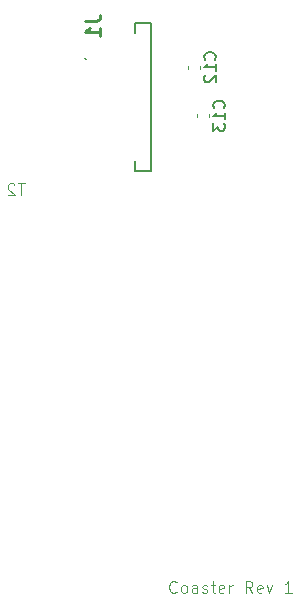
<source format=gbr>
%TF.GenerationSoftware,KiCad,Pcbnew,9.0.6-9.0.6~ubuntu24.04.1*%
%TF.CreationDate,2026-01-18T20:47:33+05:30*%
%TF.ProjectId,WeighingScalePCB,57656967-6869-46e6-9753-63616c655043,rev?*%
%TF.SameCoordinates,Original*%
%TF.FileFunction,Legend,Bot*%
%TF.FilePolarity,Positive*%
%FSLAX46Y46*%
G04 Gerber Fmt 4.6, Leading zero omitted, Abs format (unit mm)*
G04 Created by KiCad (PCBNEW 9.0.6-9.0.6~ubuntu24.04.1) date 2026-01-18 20:47:33*
%MOMM*%
%LPD*%
G01*
G04 APERTURE LIST*
%ADD10C,0.100000*%
%ADD11C,0.254000*%
%ADD12C,0.150000*%
%ADD13C,0.200000*%
%ADD14C,0.120000*%
G04 APERTURE END LIST*
D10*
X140875312Y-89027180D02*
X140827693Y-89074800D01*
X140827693Y-89074800D02*
X140684836Y-89122419D01*
X140684836Y-89122419D02*
X140589598Y-89122419D01*
X140589598Y-89122419D02*
X140446741Y-89074800D01*
X140446741Y-89074800D02*
X140351503Y-88979561D01*
X140351503Y-88979561D02*
X140303884Y-88884323D01*
X140303884Y-88884323D02*
X140256265Y-88693847D01*
X140256265Y-88693847D02*
X140256265Y-88550990D01*
X140256265Y-88550990D02*
X140303884Y-88360514D01*
X140303884Y-88360514D02*
X140351503Y-88265276D01*
X140351503Y-88265276D02*
X140446741Y-88170038D01*
X140446741Y-88170038D02*
X140589598Y-88122419D01*
X140589598Y-88122419D02*
X140684836Y-88122419D01*
X140684836Y-88122419D02*
X140827693Y-88170038D01*
X140827693Y-88170038D02*
X140875312Y-88217657D01*
X141446741Y-89122419D02*
X141351503Y-89074800D01*
X141351503Y-89074800D02*
X141303884Y-89027180D01*
X141303884Y-89027180D02*
X141256265Y-88931942D01*
X141256265Y-88931942D02*
X141256265Y-88646228D01*
X141256265Y-88646228D02*
X141303884Y-88550990D01*
X141303884Y-88550990D02*
X141351503Y-88503371D01*
X141351503Y-88503371D02*
X141446741Y-88455752D01*
X141446741Y-88455752D02*
X141589598Y-88455752D01*
X141589598Y-88455752D02*
X141684836Y-88503371D01*
X141684836Y-88503371D02*
X141732455Y-88550990D01*
X141732455Y-88550990D02*
X141780074Y-88646228D01*
X141780074Y-88646228D02*
X141780074Y-88931942D01*
X141780074Y-88931942D02*
X141732455Y-89027180D01*
X141732455Y-89027180D02*
X141684836Y-89074800D01*
X141684836Y-89074800D02*
X141589598Y-89122419D01*
X141589598Y-89122419D02*
X141446741Y-89122419D01*
X142637217Y-89122419D02*
X142637217Y-88598609D01*
X142637217Y-88598609D02*
X142589598Y-88503371D01*
X142589598Y-88503371D02*
X142494360Y-88455752D01*
X142494360Y-88455752D02*
X142303884Y-88455752D01*
X142303884Y-88455752D02*
X142208646Y-88503371D01*
X142637217Y-89074800D02*
X142541979Y-89122419D01*
X142541979Y-89122419D02*
X142303884Y-89122419D01*
X142303884Y-89122419D02*
X142208646Y-89074800D01*
X142208646Y-89074800D02*
X142161027Y-88979561D01*
X142161027Y-88979561D02*
X142161027Y-88884323D01*
X142161027Y-88884323D02*
X142208646Y-88789085D01*
X142208646Y-88789085D02*
X142303884Y-88741466D01*
X142303884Y-88741466D02*
X142541979Y-88741466D01*
X142541979Y-88741466D02*
X142637217Y-88693847D01*
X143065789Y-89074800D02*
X143161027Y-89122419D01*
X143161027Y-89122419D02*
X143351503Y-89122419D01*
X143351503Y-89122419D02*
X143446741Y-89074800D01*
X143446741Y-89074800D02*
X143494360Y-88979561D01*
X143494360Y-88979561D02*
X143494360Y-88931942D01*
X143494360Y-88931942D02*
X143446741Y-88836704D01*
X143446741Y-88836704D02*
X143351503Y-88789085D01*
X143351503Y-88789085D02*
X143208646Y-88789085D01*
X143208646Y-88789085D02*
X143113408Y-88741466D01*
X143113408Y-88741466D02*
X143065789Y-88646228D01*
X143065789Y-88646228D02*
X143065789Y-88598609D01*
X143065789Y-88598609D02*
X143113408Y-88503371D01*
X143113408Y-88503371D02*
X143208646Y-88455752D01*
X143208646Y-88455752D02*
X143351503Y-88455752D01*
X143351503Y-88455752D02*
X143446741Y-88503371D01*
X143780075Y-88455752D02*
X144161027Y-88455752D01*
X143922932Y-88122419D02*
X143922932Y-88979561D01*
X143922932Y-88979561D02*
X143970551Y-89074800D01*
X143970551Y-89074800D02*
X144065789Y-89122419D01*
X144065789Y-89122419D02*
X144161027Y-89122419D01*
X144875313Y-89074800D02*
X144780075Y-89122419D01*
X144780075Y-89122419D02*
X144589599Y-89122419D01*
X144589599Y-89122419D02*
X144494361Y-89074800D01*
X144494361Y-89074800D02*
X144446742Y-88979561D01*
X144446742Y-88979561D02*
X144446742Y-88598609D01*
X144446742Y-88598609D02*
X144494361Y-88503371D01*
X144494361Y-88503371D02*
X144589599Y-88455752D01*
X144589599Y-88455752D02*
X144780075Y-88455752D01*
X144780075Y-88455752D02*
X144875313Y-88503371D01*
X144875313Y-88503371D02*
X144922932Y-88598609D01*
X144922932Y-88598609D02*
X144922932Y-88693847D01*
X144922932Y-88693847D02*
X144446742Y-88789085D01*
X145351504Y-89122419D02*
X145351504Y-88455752D01*
X145351504Y-88646228D02*
X145399123Y-88550990D01*
X145399123Y-88550990D02*
X145446742Y-88503371D01*
X145446742Y-88503371D02*
X145541980Y-88455752D01*
X145541980Y-88455752D02*
X145637218Y-88455752D01*
X147303885Y-89122419D02*
X146970552Y-88646228D01*
X146732457Y-89122419D02*
X146732457Y-88122419D01*
X146732457Y-88122419D02*
X147113409Y-88122419D01*
X147113409Y-88122419D02*
X147208647Y-88170038D01*
X147208647Y-88170038D02*
X147256266Y-88217657D01*
X147256266Y-88217657D02*
X147303885Y-88312895D01*
X147303885Y-88312895D02*
X147303885Y-88455752D01*
X147303885Y-88455752D02*
X147256266Y-88550990D01*
X147256266Y-88550990D02*
X147208647Y-88598609D01*
X147208647Y-88598609D02*
X147113409Y-88646228D01*
X147113409Y-88646228D02*
X146732457Y-88646228D01*
X148113409Y-89074800D02*
X148018171Y-89122419D01*
X148018171Y-89122419D02*
X147827695Y-89122419D01*
X147827695Y-89122419D02*
X147732457Y-89074800D01*
X147732457Y-89074800D02*
X147684838Y-88979561D01*
X147684838Y-88979561D02*
X147684838Y-88598609D01*
X147684838Y-88598609D02*
X147732457Y-88503371D01*
X147732457Y-88503371D02*
X147827695Y-88455752D01*
X147827695Y-88455752D02*
X148018171Y-88455752D01*
X148018171Y-88455752D02*
X148113409Y-88503371D01*
X148113409Y-88503371D02*
X148161028Y-88598609D01*
X148161028Y-88598609D02*
X148161028Y-88693847D01*
X148161028Y-88693847D02*
X147684838Y-88789085D01*
X148494362Y-88455752D02*
X148732457Y-89122419D01*
X148732457Y-89122419D02*
X148970552Y-88455752D01*
X150637219Y-89122419D02*
X150065791Y-89122419D01*
X150351505Y-89122419D02*
X150351505Y-88122419D01*
X150351505Y-88122419D02*
X150256267Y-88265276D01*
X150256267Y-88265276D02*
X150161029Y-88360514D01*
X150161029Y-88360514D02*
X150065791Y-88408133D01*
X128011904Y-54457419D02*
X127440476Y-54457419D01*
X127726190Y-55457419D02*
X127726190Y-54457419D01*
X127154761Y-54552657D02*
X127107142Y-54505038D01*
X127107142Y-54505038D02*
X127011904Y-54457419D01*
X127011904Y-54457419D02*
X126773809Y-54457419D01*
X126773809Y-54457419D02*
X126678571Y-54505038D01*
X126678571Y-54505038D02*
X126630952Y-54552657D01*
X126630952Y-54552657D02*
X126583333Y-54647895D01*
X126583333Y-54647895D02*
X126583333Y-54743133D01*
X126583333Y-54743133D02*
X126630952Y-54885990D01*
X126630952Y-54885990D02*
X127202380Y-55457419D01*
X127202380Y-55457419D02*
X126583333Y-55457419D01*
D11*
X133149318Y-40716667D02*
X134056461Y-40716667D01*
X134056461Y-40716667D02*
X134237889Y-40656190D01*
X134237889Y-40656190D02*
X134358842Y-40535238D01*
X134358842Y-40535238D02*
X134419318Y-40353809D01*
X134419318Y-40353809D02*
X134419318Y-40232857D01*
X134419318Y-41986667D02*
X134419318Y-41260952D01*
X134419318Y-41623809D02*
X133149318Y-41623809D01*
X133149318Y-41623809D02*
X133330746Y-41502857D01*
X133330746Y-41502857D02*
X133451699Y-41381905D01*
X133451699Y-41381905D02*
X133512175Y-41260952D01*
D12*
X144114580Y-43967142D02*
X144162200Y-43919523D01*
X144162200Y-43919523D02*
X144209819Y-43776666D01*
X144209819Y-43776666D02*
X144209819Y-43681428D01*
X144209819Y-43681428D02*
X144162200Y-43538571D01*
X144162200Y-43538571D02*
X144066961Y-43443333D01*
X144066961Y-43443333D02*
X143971723Y-43395714D01*
X143971723Y-43395714D02*
X143781247Y-43348095D01*
X143781247Y-43348095D02*
X143638390Y-43348095D01*
X143638390Y-43348095D02*
X143447914Y-43395714D01*
X143447914Y-43395714D02*
X143352676Y-43443333D01*
X143352676Y-43443333D02*
X143257438Y-43538571D01*
X143257438Y-43538571D02*
X143209819Y-43681428D01*
X143209819Y-43681428D02*
X143209819Y-43776666D01*
X143209819Y-43776666D02*
X143257438Y-43919523D01*
X143257438Y-43919523D02*
X143305057Y-43967142D01*
X144209819Y-44919523D02*
X144209819Y-44348095D01*
X144209819Y-44633809D02*
X143209819Y-44633809D01*
X143209819Y-44633809D02*
X143352676Y-44538571D01*
X143352676Y-44538571D02*
X143447914Y-44443333D01*
X143447914Y-44443333D02*
X143495533Y-44348095D01*
X143305057Y-45300476D02*
X143257438Y-45348095D01*
X143257438Y-45348095D02*
X143209819Y-45443333D01*
X143209819Y-45443333D02*
X143209819Y-45681428D01*
X143209819Y-45681428D02*
X143257438Y-45776666D01*
X143257438Y-45776666D02*
X143305057Y-45824285D01*
X143305057Y-45824285D02*
X143400295Y-45871904D01*
X143400295Y-45871904D02*
X143495533Y-45871904D01*
X143495533Y-45871904D02*
X143638390Y-45824285D01*
X143638390Y-45824285D02*
X144209819Y-45252857D01*
X144209819Y-45252857D02*
X144209819Y-45871904D01*
X144884580Y-48067142D02*
X144932200Y-48019523D01*
X144932200Y-48019523D02*
X144979819Y-47876666D01*
X144979819Y-47876666D02*
X144979819Y-47781428D01*
X144979819Y-47781428D02*
X144932200Y-47638571D01*
X144932200Y-47638571D02*
X144836961Y-47543333D01*
X144836961Y-47543333D02*
X144741723Y-47495714D01*
X144741723Y-47495714D02*
X144551247Y-47448095D01*
X144551247Y-47448095D02*
X144408390Y-47448095D01*
X144408390Y-47448095D02*
X144217914Y-47495714D01*
X144217914Y-47495714D02*
X144122676Y-47543333D01*
X144122676Y-47543333D02*
X144027438Y-47638571D01*
X144027438Y-47638571D02*
X143979819Y-47781428D01*
X143979819Y-47781428D02*
X143979819Y-47876666D01*
X143979819Y-47876666D02*
X144027438Y-48019523D01*
X144027438Y-48019523D02*
X144075057Y-48067142D01*
X144979819Y-49019523D02*
X144979819Y-48448095D01*
X144979819Y-48733809D02*
X143979819Y-48733809D01*
X143979819Y-48733809D02*
X144122676Y-48638571D01*
X144122676Y-48638571D02*
X144217914Y-48543333D01*
X144217914Y-48543333D02*
X144265533Y-48448095D01*
X143979819Y-49352857D02*
X143979819Y-49971904D01*
X143979819Y-49971904D02*
X144360771Y-49638571D01*
X144360771Y-49638571D02*
X144360771Y-49781428D01*
X144360771Y-49781428D02*
X144408390Y-49876666D01*
X144408390Y-49876666D02*
X144456009Y-49924285D01*
X144456009Y-49924285D02*
X144551247Y-49971904D01*
X144551247Y-49971904D02*
X144789342Y-49971904D01*
X144789342Y-49971904D02*
X144884580Y-49924285D01*
X144884580Y-49924285D02*
X144932200Y-49876666D01*
X144932200Y-49876666D02*
X144979819Y-49781428D01*
X144979819Y-49781428D02*
X144979819Y-49495714D01*
X144979819Y-49495714D02*
X144932200Y-49400476D01*
X144932200Y-49400476D02*
X144884580Y-49352857D01*
D10*
%TO.C,J1*%
X133095000Y-43890000D02*
X133095000Y-43890000D01*
X133195000Y-43890000D02*
X133195000Y-43890000D01*
D13*
X137345000Y-40890000D02*
X138745000Y-40890000D01*
X137345000Y-41690000D02*
X137345000Y-40890000D01*
X137345000Y-53390000D02*
X137345000Y-52590000D01*
X138745000Y-40890000D02*
X138745000Y-53390000D01*
X138745000Y-53390000D02*
X137345000Y-53390000D01*
D10*
X133095000Y-43890000D02*
G75*
G02*
X133195000Y-43890000I50000J0D01*
G01*
X133195000Y-43890000D02*
G75*
G02*
X133095000Y-43890000I-50000J0D01*
G01*
D14*
%TO.C,C12*%
X141815000Y-44750580D02*
X141815000Y-44469420D01*
X142835000Y-44750580D02*
X142835000Y-44469420D01*
%TO.C,C13*%
X142585000Y-48850580D02*
X142585000Y-48569420D01*
X143605000Y-48850580D02*
X143605000Y-48569420D01*
%TD*%
M02*

</source>
